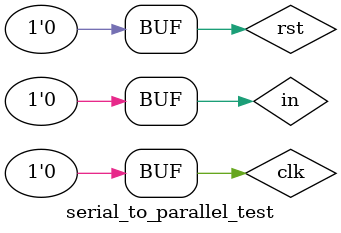
<source format=v>
`timescale 1ns / 1ps


module serial_to_parallel_test;

	// Inputs
	reg in;
	reg clk;
	reg rst;

	// Outputs
	wire [7:0] out;

	// Instantiate the Unit Under Test (UUT)
	serial_to_parallel uut (
		.in(in), 
		.clk(clk), 
		.rst(rst), 
		.out(out)
	);

	initial begin
		// Initialize Inputs
		in = 0;
		clk = 0;
		rst = 0;

		// Wait 100 ns for global reset to finish
		#100;
        
		// Add stimulus here
		rst = 1;
		#20;
		rst = 0;
		#20;
		
		in = 1;
		clk = 1;
		#20;
		clk = 0;
		#20;
		
		in = 0;
		clk = 1;
		#20;
		clk = 0;
		#20;
		
		in = 1;
		clk = 1;
		#20;
		clk = 0;
		#20;
		
		in = 1;
		clk = 1;
		#20;
		clk = 0;
		#20;
		
		in = 0;
		clk = 1;
		#20;
		clk = 0;
		#20;
		
		in = 1;
		clk = 1;
		#20;
		clk = 0;
		#20;
		
		in = 0;
		clk = 1;
		#20;
		clk = 0;
		#20;
		
		in = 1;
		clk = 1;
		#20;
		clk = 0;
		#20;
		
		rst = 1;
		#20;
		rst = 0;
		#20;
		
		in = 1;
		clk = 1;
		#20;
		clk = 0;
		#20;
		
		in = 1;
		clk = 1;
		#20;
		clk = 0;
		#20;
		
		in = 0;
		clk = 1;
		#20;
		clk = 0;
		#20;
		
		in = 0;
		clk = 1;
		#20;
		clk = 0;
		#20;
		
		in = 1;
		clk = 1;
		#20;
		clk = 0;
		#20;
		
		in = 0;
		clk = 1;
		#20;
		clk = 0;
		#20;
		
		in = 0;
		clk = 1;
		#20;
		clk = 0;
		#20;
		
		
	end
      
endmodule


</source>
